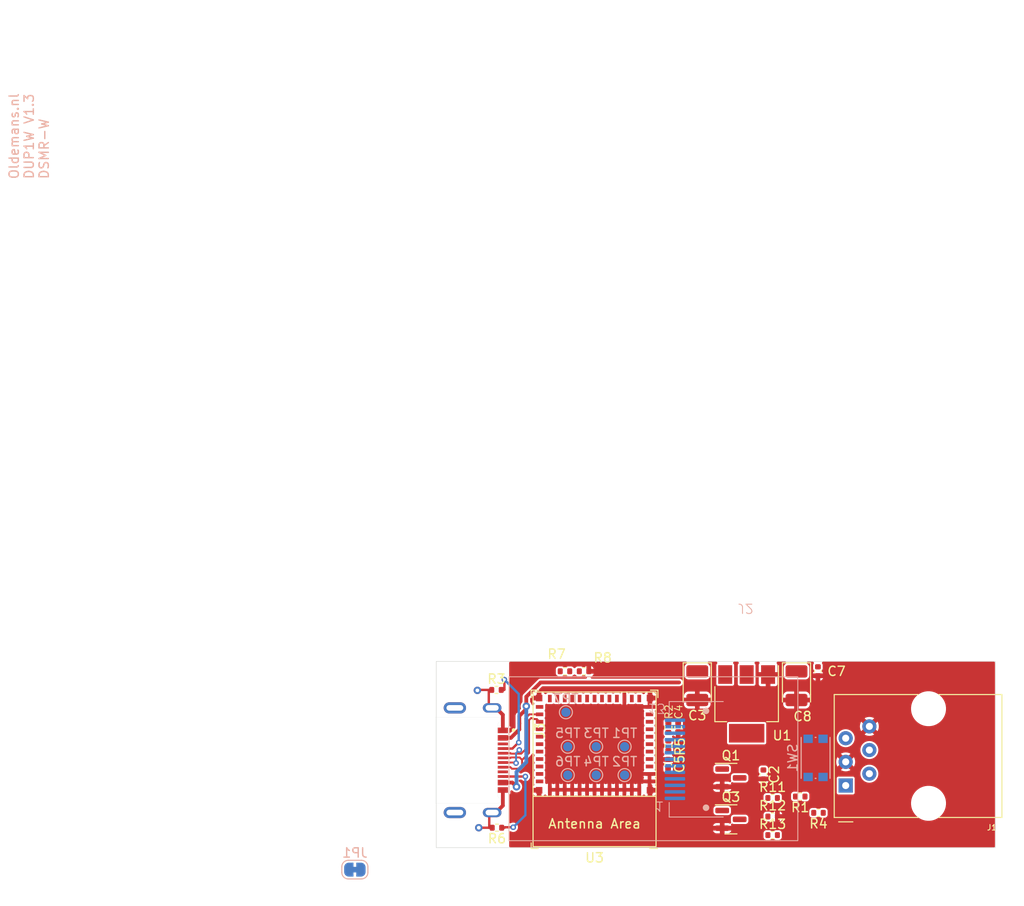
<source format=kicad_pcb>
(kicad_pcb
	(version 20240108)
	(generator "pcbnew")
	(generator_version "8.0")
	(general
		(thickness 1.6)
		(legacy_teardrops no)
	)
	(paper "A4")
	(layers
		(0 "F.Cu" signal)
		(31 "B.Cu" signal)
		(32 "B.Adhes" user "B.Adhesive")
		(33 "F.Adhes" user "F.Adhesive")
		(34 "B.Paste" user)
		(35 "F.Paste" user)
		(36 "B.SilkS" user "B.Silkscreen")
		(37 "F.SilkS" user "F.Silkscreen")
		(38 "B.Mask" user)
		(39 "F.Mask" user)
		(40 "Dwgs.User" user "User.Drawings")
		(41 "Cmts.User" user "User.Comments")
		(42 "Eco1.User" user "User.Eco1")
		(43 "Eco2.User" user "User.Eco2")
		(44 "Edge.Cuts" user)
		(45 "Margin" user)
		(46 "B.CrtYd" user "B.Courtyard")
		(47 "F.CrtYd" user "F.Courtyard")
		(48 "B.Fab" user)
		(49 "F.Fab" user)
	)
	(setup
		(pad_to_mask_clearance 0)
		(allow_soldermask_bridges_in_footprints no)
		(grid_origin 18.2626 -11.8364)
		(pcbplotparams
			(layerselection 0x00010f0_ffffffff)
			(plot_on_all_layers_selection 0x0000000_00000000)
			(disableapertmacros no)
			(usegerberextensions yes)
			(usegerberattributes no)
			(usegerberadvancedattributes no)
			(creategerberjobfile no)
			(dashed_line_dash_ratio 12.000000)
			(dashed_line_gap_ratio 3.000000)
			(svgprecision 6)
			(plotframeref no)
			(viasonmask no)
			(mode 1)
			(useauxorigin no)
			(hpglpennumber 1)
			(hpglpenspeed 20)
			(hpglpendiameter 15.000000)
			(pdf_front_fp_property_popups yes)
			(pdf_back_fp_property_popups yes)
			(dxfpolygonmode yes)
			(dxfimperialunits yes)
			(dxfusepcbnewfont yes)
			(psnegative no)
			(psa4output no)
			(plotreference yes)
			(plotvalue no)
			(plotfptext yes)
			(plotinvisibletext no)
			(sketchpadsonfab no)
			(subtractmaskfromsilk yes)
			(outputformat 1)
			(mirror no)
			(drillshape 0)
			(scaleselection 1)
			(outputdirectory "OUTPUTS")
		)
	)
	(net 0 "")
	(net 1 "GND")
	(net 2 "+5V")
	(net 3 "+3V3")
	(net 4 "DATA")
	(net 5 "Net-(JP1-B)")
	(net 6 "/LCD_RESET")
	(net 7 "/ESP32_EN")
	(net 8 "/LCD_DATA")
	(net 9 "unconnected-(J1-Pad4)")
	(net 10 "unconnected-(J2-Pin_9-Pad9)")
	(net 11 "/LEDK")
	(net 12 "unconnected-(J2-Pin_2-Pad2)")
	(net 13 "/LCD_CLK")
	(net 14 "/LCD_DC")
	(net 15 "unconnected-(J2-Pin_1-Pad1)")
	(net 16 "DSMR_DATA")
	(net 17 "/CC2")
	(net 18 "unconnected-(J3-SBU2-PadB8)")
	(net 19 "/USB_N")
	(net 20 "unconnected-(J3-SBU1-PadA8)")
	(net 21 "/CC1")
	(net 22 "/USB_P")
	(net 23 "/GPIO2")
	(net 24 "/GPIO9")
	(net 25 "/GPIO8")
	(net 26 "/LCD_BACKLIGHT")
	(net 27 "unconnected-(U3-NC-Pad15)")
	(net 28 "unconnected-(U3-NC-Pad25)")
	(net 29 "/TXD")
	(net 30 "unconnected-(U3-NC-Pad7)")
	(net 31 "unconnected-(U3-NC-Pad17)")
	(net 32 "unconnected-(U3-NC-Pad32)")
	(net 33 "unconnected-(U3-NC-Pad29)")
	(net 34 "unconnected-(U3-NC-Pad9)")
	(net 35 "unconnected-(U3-NC-Pad35)")
	(net 36 "/LCD_CS")
	(net 37 "unconnected-(U3-NC-Pad10)")
	(net 38 "/RXD")
	(net 39 "unconnected-(U3-NC-Pad33)")
	(net 40 "/ESP32_BUTTON")
	(net 41 "unconnected-(U3-NC-Pad34)")
	(net 42 "unconnected-(U3-NC-Pad4)")
	(net 43 "unconnected-(U3-NC-Pad28)")
	(net 44 "unconnected-(U3-NC-Pad24)")
	(net 45 "/LEDK_R")
	(net 46 "/LCD_BL_FET")
	(footprint "Capacitor_SMD:C_0402_1005Metric" (layer "F.Cu") (at 72.7126 58.0336 -90))
	(footprint "Resistor_SMD:R_0402_1005Metric" (layer "F.Cu") (at 71.6626 58.0636 -90))
	(footprint "Resistor_SMD:R_0402_1005Metric" (layer "F.Cu") (at 53.2126 54.0136))
	(footprint "Resistor_SMD:R_0402_1005Metric" (layer "F.Cu") (at 87.7726 67.2136 180))
	(footprint "Resistor_SMD:R_0402_1005Metric" (layer "F.Cu") (at 71.6626 60.0136 90))
	(footprint "Resistor_SMD:R_0402_1005Metric" (layer "F.Cu") (at 53.2626 68.8136 180))
	(footprint "Resistor_SMD:R_0402_1005Metric" (layer "F.Cu") (at 62.6126 52.0136))
	(footprint "Connector_RJ:RJ12_Amphenol_54601" (layer "F.Cu") (at 90.6935 64.2825 90))
	(footprint "Resistor_SMD:R_0402_1005Metric" (layer "F.Cu") (at 85.8126 65.4636 180))
	(footprint "Resistor_SMD:R_0402_1005Metric" (layer "F.Cu") (at 60.5626 52.0136))
	(footprint "Capacitor_SMD:C_0402_1005Metric" (layer "F.Cu") (at 81.8626 63.0936 -90))
	(footprint "Capacitor_SMD:C_0402_1005Metric" (layer "F.Cu") (at 87.7126 52.0136 -90))
	(footprint "Capacitor_Tantalum_SMD:CP_EIA-3528-21_Kemet-B" (layer "F.Cu") (at 85.4126 53.5636 -90))
	(footprint "Resistor_SMD:R_0402_1005Metric" (layer "F.Cu") (at 82.8526 67.6136))
	(footprint "Capacitor_SMD:C_0402_1005Metric" (layer "F.Cu") (at 71.6326 61.9636 90))
	(footprint "Package_TO_SOT_SMD:SOT-23" (layer "F.Cu") (at 78.3751 67.9136))
	(footprint "Espressif:ESP32-C3-MINI-1" (layer "F.Cu") (at 63.7376 62.5386 180))
	(footprint "Resistor_SMD:R_0402_1005Metric" (layer "F.Cu") (at 82.8526 69.6036))
	(footprint "Package_TO_SOT_SMD:SOT-223-3_TabPin2" (layer "F.Cu") (at 80.0626 55.5136 -90))
	(footprint "Package_TO_SOT_SMD:SOT-23" (layer "F.Cu") (at 78.3751 63.4636))
	(footprint "Resistor_SMD:R_0402_1005Metric" (layer "F.Cu") (at 82.8526 65.6236))
	(footprint "Connector_USB:USB_C_Receptacle_Molex_21699" (layer "F.Cu") (at 48.7451 61.5636 -90))
	(footprint "Capacitor_Tantalum_SMD:CP_EIA-3528-21_Kemet-B" (layer "F.Cu") (at 74.7626 53.5636 -90))
	(footprint "Display:LH114T_IG01" (layer "B.Cu") (at 54.5526 70.2036))
	(footprint "Button_Switch_SMD:SW_Push_1P1T_NO_CK_KMR2" (layer "B.Cu") (at 87.4626 61.3136 -90))
	(footprint "TestPoint:TestPoint_Pad_D1.0mm" (layer "B.Cu") (at 66.9626 63.1636 180))
	(footprint "TestPoint:TestPoint_Pad_D1.0mm" (layer "B.Cu") (at 60.6626 56.4136 180))
	(footprint "TestPoint:TestPoint_Pad_D1.0mm" (layer "B.Cu") (at 60.8626 63.1636 180))
	(footprint "TestPoint:TestPoint_Pad_D1.0mm" (layer "B.Cu") (at 60.8626 60.1136 180))
	(footprint "TestPoint:TestPoint_Pad_D1.0mm" (layer "B.Cu") (at 63.9126 63.1636 180))
	(footprint "TestPoint:TestPoint_Pad_D1.0mm" (layer "B.Cu") (at 66.9626 60.1136 180))
	(footprint "Jumper:SolderJumper-2_P1.3mm_Bridged_RoundedPad1.0x1.5mm" (layer "B.Cu") (at 38.0126 73.3136 180))
	(footprint "TestPoint:TestPoint_Pad_D1.0mm" (layer "B.Cu") (at 63.9126 60.1136 180))
	(gr_line
		(start 60 -20)
		(end 0 0)
		(stroke
			(width 0.1)
			(type solid)
		)
		(layer "Dwgs.User")
		(uuid "0166cc1a-72e5-487b-a6f7-e24578b4ab3a")
	)
	(gr_line
		(start 0 -20)
		(end 60 0)
		(stroke
			(width 0.1)
			(type solid)
		)
		(layer "Dwgs.User")
		(uuid "78e362fa-fb4e-44d4-b0e2-eafccaafb9e4")
	)
	(gr_line
		(start 106.75 50.95)
		(end 106.75 70.95)
		(stroke
			(width 0.05)
			(type solid)
		)
		(layer "Edge.Cuts")
		(uuid "3d353630-2b9b-4786-b2e3-ce5a449ed7dc")
	)
	(gr_line
		(start 46.75 70.95)
		(end 106.75 70.95)
		(stroke
			(width 0.05)
			(type solid)
		)
		(layer "Edge.Cuts")
		(uuid "b81ffa23-7a61-4442-8343-787521d4f07a")
	)
	(gr_line
		(start 46.75 70.95)
		(end 46.75 50.95)
		(stroke
			(width 0.05)
			(type solid)
		)
		(layer "Edge.Cuts")
		(uuid "ce218790-9978-4feb-b41b-c0c7883d0e3d")
	)
	(gr_line
		(start 46.75 50.95)
		(end 106.75 50.95)
		(stroke
			(width 0.05)
			(type solid)
		)
		(layer "Edge.Cuts")
		(uuid "df8bb267-e01a-40d5-bb41-0199fa6a57db")
	)
	(gr_text "Oldemans.nl\nDUP1W V1.3\nDSMR-W"
		(at 3.048 -0.762 90)
		(layer "B.SilkS")
		(uuid "6a6752a5-c93b-451d-916c-fdcd5e391262")
		(effects
			(font
				(size 1 1)
				(thickness 0.15)
			)
			(justify left)
		)
	)
	(dimension
		(type aligned)
		(layer "Eco2.User")
		(uuid "75713d0d-22f3-4eae-b77e-bc445e1358c6")
		(pts
			(xy 60 0) (xy 60 -20)
		)
		(height 2.794)
		(gr_text "20.0000 mm"
			(at 61.644 -10 90)
			(layer "Eco2.User")
			(uuid "75713d0d-22f3-4eae-b77e-bc445e1358c6")
			(effects
				(font
					(size 1 1)
					(thickness 0.15)
				)
			)
		)
		(format
			(prefix "")
			(suffix "")
			(units 2)
			(units_format 1)
			(precision 4)
		)
		(style
			(thickness 0.15)
			(arrow_length 1.27)
			(text_position_mode 0)
			(extension_height 0.58642)
			(extension_offset 0) keep_text_aligned)
	)
	(dimension
		(type aligned)
		(layer "Eco2.User")
		(uuid "a34da3f7-a795-4fc0-ac74-0eb675dabbae")
		(pts
			(xy 0 0) (xy 60 0)
		)
		(height 2.54)
		(gr_text "60.0000 mm"
			(at 30 1.39 0)
			(layer "Eco2.User")
			(uuid "a34da3f7-a795-4fc0-ac74-0eb675dabbae")
			(effects
				(font
					(size 1 1)
					(thickness 0.15)
				)
			)
		)
		(format
			(prefix "")
			(suffix "")
			(units 2)
			(units_format 1)
			(precision 4)
		)
		(style
			(thickness 0.15)
			(arrow_length 1.27)
			(text_position_mode 0)
			(extension_height 0.58642)
			(extension_offset 0) keep_text_aligned)
	)
	(segment
		(start 52.3876 55.5861)
		(end 52.7451 55.9436)
		(width 0.254)
		(layer "F.Cu")
		(net 1)
		(uuid "1298d0a6-f996-4fbf-883d-c890c37d4d66")
	)
	(segment
		(start 52.3876 54.0136)
		(end 51.2126 54.0136)
		(width 0.254)
		(layer "F.Cu")
		(net 1)
		(uuid "27831bbe-25ec-4867-a550-ee3179cdbaf0")
	)
	(segment
		(start 53.8951 64.7636)
		(end 53.8951 66.44)
		(width 0.4064)
		(layer "F.Cu")
		(net 1)
		(uuid "4053cfd2-f217-47a9-9d03-cf7fd440641c")
	)
	(segment
		(start 51.2126 54.0136)
		(end 51.1626 54.0636)
		(width 0.254)
		(layer "F.Cu")
		(net 1)
		(uuid "5cefa09c-cb59-4faf-a769-9e72b858a449")
	)
	(segment
		(start 53.1515 67.1836)
		(end 52.7451 67.1836)
		(width 0.4064)
		(layer "F.Cu")
		(net 1)
		(uuid "72aa00cc-0a10-4440-be31-ac074d17f0a9")
	)
	(segment
		(start 52.4376 68.8136)
		(end 52.4376 67.4911)
		(width 0.254)
		(layer "F.Cu")
		(net 1)
		(uuid "8c74a0d8-7228-4d94-aa36-ddb8107cbb0a")
	)
	(segment
		(start 52.3876 54.0136)
		(end 52.3876 55.5861)
		(width 0.254)
		(layer "F.Cu")
		(net 1)
		(uuid "b9102930-a07f-4808-ad35-65b5a9b5a374")
	)
	(segment
		(start 53.8951 58.3636)
		(end 53.8951 56.6872)
		(width 0.4064)
		(layer "F.Cu")
		(net 1)
		(uuid "c12b91db-c4d0-4473-92fc-262cd9830a1d")
	)
	(segment
		(start 52.4376 68.8136)
		(end 51.3126 68.8136)
		(width 0.254)
		(layer "F.Cu")
		(net 1)
		(uuid "c41c52e3-785e-4fa3-86b1-8ae97742ba27")
	)
	(segment
		(start 53.8951 66.44)
		(end 53.1515 67.1836)
		(width 0.4064)
		(layer "F.Cu")
		(net 1)
		(uuid "c8adbcc2-66b6-4f64-9ae3-52d2f86714b3")
	)
	(segment
		(start 52.4376 67.4911)
		(end 52.7451 67.1836)
		(width 0.254)
		(layer "F.Cu")
		(net 1)
		(uuid "d23d42a4-75ee-4922-8f47-18956f215fe1")
	)
	(segment
		(start 53.1515 55.9436)
		(end 52.7451 55.9436)
		(width 0.4064)
		(layer "F.Cu")
		(net 1)
		(uuid "d273591b-5bbc-405a-b7fd-fa9265633829")
	)
	(segment
		(start 53.8951 56.6872)
		(end 53.1515 55.9436)
		(width 0.4064)
		(layer "F.Cu")
		(net 1)
		(uuid "e6376063-d148-420d-87f2-fecf862f2439")
	)
	(via
		(at 51.1626 54.0636)
		(size 0.8)
		(drill 0.4)
		(layers "F.Cu" "B.Cu")
		(net 1)
		(uuid "89f7769b-062b-4119-b993-4215cb9880ea")
	)
	(via
		(at 51.3126 68.8136)
		(size 0.8)
		(drill 0.4)
		(layers "F.Cu" "B.Cu")
		(net 1)
		(uuid "fe735623-285f-40ec-b0c0-0940d5340c4c")
	)
	(segment
		(start 54.9126 63.9636)
		(end 55.3626 64.4136)
		(width 0.4064)
		(layer "F.Cu")
		(net 2)
		(uuid "311110c0-0f08-4a7b-be92-4169b09f567a")
	)
	(segment
		(start 53.8951 59.1636)
		(end 54.7579 59.1636)
		(width 0.4064)
		(layer "F.Cu")
		(net 2)
		(uuid "3194b200-b6d0-4a9a-a8f0-1e154abcda0b")
	)
	(segment
		(start 55.6626 57.6136)
		(end 55.6626 56.8136)
		(width 0.4064)
		(layer "F.Cu")
		(net 2)
		(uuid "88dd6559-34f8-4a40-9457-dc87bec496ea")
	)
	(segment
		(start 56.4126 56.0636)
		(end 56.4126 55.7636)
		(width 0.4064)
		(layer "F.Cu")
		(net 2)
		(uuid "960631f7-d4bd-47cc-b05b-b2f619a84a35")
	)
	(segment
		(start 55.6626 56.8136)
		(end 56.4126 56.0636)
		(width 0.4064)
		(layer "F.Cu")
		(net 2)
		(uuid "add6010b-b0e9-4350-858d-ff7fe6e58389")
	)
	(segment
		(start 54.7579 59.1636)
		(end 55.6626 58.2589)
		(width 0.4064)
		(layer "F.Cu")
		(net 2)
		(uuid "c3bff32a-b2b8-453d-a731-d8b7bb0cb7c1")
	)
	(segment
		(start 56.4126 54.7508)
		(end 57.9498 53.2136)
		(width 0.4064)
		(layer "F.Cu")
		(net 2)
		(uuid "d8244ffe-7f4a-4ded-817f-07b3ed03705c")
	)
	(segment
		(start 56.4126 55.7636)
		(end 56.4126 54.7508)
		(width 0.4064)
		(layer "F.Cu")
		(net 2)
		(uuid "e1b110ea-7f2e-4777-8572-762bbcff2e97")
	)
	(segment
		(start 57.9498 53.2136)
		(end 72.8126 53.2136)
		(width 0.4064)
		(layer "F.Cu")
		(net 2)
		(uuid "e83d0c5e-8a8e-4275-bb61-319910789c9e")
	)
	(segment
		(start 55.6626 58.2589)
		(end 55.6626 57.6136)
		(width 0.4064)
		(layer "F.Cu")
		(net 2)
		(uuid "f9033b2b-a371-49f0-9f7e-3eb0dbd176f4")
	)
	(segment
		(start 53.8951 63.9636)
		(end 54.9126 63.9636)
		(width 0.4064)
		(layer "F.Cu")
		(net 2)
		(uuid "fba656dd-2820-43d6-a201-dea439014ae0")
	)
	(via
		(at 55.3626 64.4136)
		(size 0.8)
		(drill 0.4)
		(layers "F.Cu" "B.Cu")
		(net 2)
		(uuid "2726a6ea-0446-40ed-81c4-f438518cbf08")
	)
	(via
		(at 56.4126 55.7636)
		(size 0.8)
		(drill 0.4)
		(layers "F.Cu" "B.Cu")
		(net 2)
		(uuid "34bb7771-011c-4398-b724-c05f1848e2f3")
	)
	(segment
		(start 55.3626 62.820601)
		(end 56.4126 61.770601)
		(width 0.4064)
		(layer "B.Cu")
		(net 2)
		(uuid "89ca40ab-f569-4160-9c4a-98f9c4f2149f")
	)
	(segment
		(start 56.4126 61.770601)
		(end 56.4126 55.7636)
		(width 0.4064)
		(layer "B.Cu")
		(net 2)
		(uuid "dd0a3bd9-61ee-4ba5-8801-8f31689439dc")
	)
	(segment
		(start 55.3626 64.4136)
		(end 55.3626 62.820601)
		(width 0.4064)
		(layer "B.Cu")
		(net 2)
		(uuid "e3e528a6-be0c-4183-b478-ecdeb5234644")
	)
	(segment
		(start 54.1376 68.7636)
		(end 54.0876 68.8136)
		(width 0.254)
		(layer "F.Cu")
		(net 17)
		(uuid "6df6cf25-0a44-4c36-b731-c32cb8fa4dff")
	)
	(segment
		(start 53.8951 63.3136)
		(end 56.3126 63.3136)
		(width 0.254)
		(layer "F.Cu")
		(net 17)
		(uuid "b234a0e9-fe33-446d-a335-733ffe0df646")
	)
	(segment
		(start 55.0126 68.7636)
		(end 54.1376 68.7636)
		(width 0.254)
		(layer "F.Cu")
		(net 17)
		(uuid "dbe6b1eb-6d0e-4f4e-9d3b-aee74d9c744c")
	)
	(via
		(at 56.3126 63.3136)
		(size 0.6)
		(drill 0.3)
		(layers "F.Cu" "B.Cu")
		(net 17)
		(uuid "34f9bc33-20be-4d39-a77c-6fbcbb45b981")
	)
	(via
		(at 55.0126 68.7636)
		(size 0.6)
		(drill 0.3)
		(layers "F.Cu" "B.Cu")
		(net 17)
		(uuid "d14e83bb-ce6d-4a99-a305-a2536b6f3a77")
	)
	(segment
		(start 56.3126 67.4636)
		(end 55.0126 68.7636)
		(width 0.254)
		(layer "B.Cu")
		(net 17)
		(uuid "5dc399a0-503e-4026-8f15-1d89ca31027a")
	)
	(segment
		(start 56.3126 63.3136)
		(end 56.3126 67.4636)
		(width 0.254)
		(layer "B.Cu")
		(net 17)
		(uuid "92c90ef3-f46e-4f22-a3d1-3b5cca147b63")
	)
	(segment
		(start 55.6626 60.4636)
		(end 55.2658 60.8604)
		(width 0.2032)
		(layer "F.Cu")
		(net 19)
		(uuid "0aa25f43-eb44-4248-93fc-5da7f569070c")
	)
	(segment
		(start 56.3062 60.42)
		(end 56.3062 57.08263)
		(width 0.2032)
		(layer "F.Cu")
		(net 19)
		(uuid "1d714848-a7d3-4deb-99ce-a355c38fee0d")
	)
	(segment
		(start 56.75023 56.6386)
		(end 57.8376 56.6386)
		(width 0.2032)
		(layer "F.Cu")
		(net 19)
		(uuid "2938570b-83cf-47c2-929d-4cfad9987f3c")
	)
	(segment
		(start 53.8951 60.8136)
		(end 54.720101 60.8136)
		(width 0.2032)
		(layer "F.Cu")
		(net 19)
		(uuid "2bdded97-7ff7-4aa3-8f58-a7bb1a078df3")
	)
	(segment
		(start 55.2626 60.8604)
		(end 55.8658 60.8604)
		(width 0.2032)
		(layer "F.Cu")
		(net 19)
		(uuid "5f7255e4-a443-4a98-a18f-bada7f0ad170")
	)
	(segment
		(start 55.8658 60.8604)
		(end 56.3062 60.42)
		(width 0.2032)
		(layer "F.Cu")
		(net 19)
		(uuid "6d20f5b9-72a6-406e-8f3a-d4da70264635")
	)
	(segment
		(start 54.766901 60.8604)
		(end 55.2626 60.8604)
		(width 0.2032)
		(layer "F.Cu")
		(net 19)
		(uuid "835acfed-5c26-4744-ad94-625a917684e2")
	)
	(segment
		(start 56.3062 57.08263)
		(end 56.75023 56.6386)
		(width 0.2032)
		(layer "F.Cu")
		(net 19)
		(uuid "c880feec-ae7c-49cc-9dea-5230f2162c83")
	)
	(segment
		(start 55.2546 61.8136)
		(end 55.3126 61.8716)
		(width 0.2032)
		(layer "F.Cu")
		(net 19)
		(uuid "d6d37fb2-d2e6-4a44-8d96-8fffa35205a4")
	)
	(segment
		(start 55.2658 60.8604)
		(end 55.2626 60.8604)
		(width 0.2032)
		(layer "F.Cu")
		(net 19)
		(uuid "d789c016-841e-4343-ad64-797dc28eff23")
	)
	(segment
		(start 54.720101 60.8136)
		(end 54.766901 60.8604)
		(width 0.2032)
		(layer "F.Cu")
		(net 19)
		(uuid "d907e631-2906-4916-849b-4ea4b21b8499")
	)
	(segment
		(start 53.8951 61.8136)
		(end 55.2546 61.8136)
		(width 0.2032)
		(layer "F.Cu")
		(net 19)
		(uuid "df5aee08-6f86-404d-a63d-57722f3ff782")
	)
	(via
		(at 55.3126 61.8716)
		(size 0.6)
		(drill 0.3)
		(layers "F.Cu" "B.Cu")
		(net 19)
		(uuid "8ed3a49e-afac-40c3-a7b0-588d07acc0a5")
	)
	(via
		(at 55.6626 60.4636)
		(size 0.6)
		(drill 0.3)
		(layers "F.Cu" "B.Cu")
		(net 19)
		(uuid "b58d84e3-fd2a-4e6d-b1e6-58d97a6ef931")
	)
	(segment
		(start 55.3126 60.8136)
		(end 55.3126 61.8716)
		(width 0.2032)
		(layer "B.Cu")
		(net 19)
		(uuid "4489c40d-e61d-41d8-add1-43d273a45bcc")
	)
	(segment
		(start 55.6626 60.4636)
		(end 55.3126 60.8136)
		(width 0.2032)
		(layer "B.Cu")
		(net 19)
		(uuid "fdd0b90d-3a76-4b58-8545-1d19515c86c8")
	)
	(segment
		(start 54.0626 53.9886)
		(end 54.0376 54.0136)
		(width 0.254)
		(layer "F.Cu")
		(net 21)
		(uuid "3fa49473-d74a-4b4f-b460-1983ad72f7df")
	)
	(segment
		(start 53.8951 60.3136)
		(end 54.921362 60.3136)
		(width 0.254)
		(layer "F.Cu")
		(net 21)
		(uuid "525c9a28-0333-46e3-b0bf-3dd9260b11c8")
	)
	(segment
		(start 54.921362 60.3136)
		(end 55.572199 59.662763)
		(width 0.254)
		(layer "F.Cu")
		(net 21)
		(uuid "589f5225-61c2-4933-9d2d-337cdf333183")
	)
	(segment
		(start 55.572199 59.662763)
		(end 55.600997 59.662763)
		(width 0.254)
		(layer "F.Cu")
		(net 21)
		(uuid "850c1610-5d83-428f-8f22-0fe70eaf13cd")
	)
	(segment
		(start 54.0626 52.9136)
		(end 54.0626 53.9886)
		(width 0.254)
		(layer "F.Cu")
		(net 21)
		(uuid "bd291dd2-dfb9-407c-b7db-37cea0f4ee19")
	)
	(via
		(at 54.0626 52.9136)
		(size 0.6)
		(drill 0.3)
		(layers "F.Cu" "B.Cu")
		(net 21)
		(uuid "52523fd1-295e-49bd-9d28-81c94b1db61c")
	)
	(via
		(at 55.600997 59.662763)
		(size 0.6)
		(drill 0.3)
		(layers "F.Cu" "B.Cu")
		(net 21)
		(uuid "8e0a6153-0002-4d45-9d7b-73d74233e4a0")
	)
	(segment
		(start 55.600997 54.451997)
		(end 54.0626 52.9136)
		(width 0.254)
		(layer "B.Cu")
		(net 21)
		(uuid "381eebc3-6636-4bc7-be34-3a850f36da09")
	)
	(segment
		(start 55.600997 59.662763)
		(end 55.600997 54.451997)
		(width 0.254)
		(layer "B.Cu")
		(net 21)
		(uuid "eb70ebc1-ffea-465c-a98b-f01ed19ca8ff")
	)
	(segment
		(start 57.5424 57.1434)
		(end 57.8376 57.4386)
		(width 0.2032)
		(layer "F.Cu")
		(net 22)
		(uuid "23873a25-6cd3-4aee-89eb-1641f9f7cb59")
	)
	(segment
		(start 55.9626 62.076917)
		(end 55.9626 61.53263)
		(width 0.2032)
		(layer "F.Cu")
		(net 22)
		(uuid "2a03d893-0a7b-4969-bec2-a27aac3e5a44")
	)
	(segment
		(start 55.9626 61.53263)
		(end 55.69677 61.2668)
		(width 0.2032)
		(layer "F.Cu")
		(net 22)
		(uuid "2c583f6e-a8d8-45ef-ab8f-9695e57fb765")
	)
	(segment
		(start 56.7126 57.25097)
		(end 56.91857 57.045)
		(width 0.2032)
		(layer "F.Cu")
		(net 22)
		(uuid "2da17b50-86cb-4c7f-801e-2b1c355a94aa")
	)
	(segment
		(start 53.8951 62.3136)
		(end 54.7047 62.3136)
		(width 0.2032)
		(layer "F.Cu")
		(net 22)
		(uuid "30f25279-e17d-4a98-a347-8e7b26bb39f1")
	)
	(segment
		(start 54.7047 62.3136)
		(end 54.8675 62.4764)
		(width 0.2032)
		(layer "F.Cu")
		(net 22)
		(uuid "31edb909-226b-4ac8-9e27-7316a9da0cb0")
	)
	(segment
		(start 57.1328 57.045)
		(end 57.1328 57.1434)
		(width 0.2032)
		(layer "F.Cu")
		(net 22)
		(uuid "42a66746-aa35-4517-b4de-c58633136a4f")
	)
	(segment
		(start 55.9626 61.53263)
		(end 56.7126 60.78263)
		(width 0.2032)
		(layer "F.Cu")
		(net 22)
		(uuid "5f4e3a3d-9e75-43fe-9722-28a9048176f9")
	)
	(segment
		(start 54.8675 62.4764)
		(end 55.563117 62.4764)
		(width 0.2032)
		(layer "F.Cu")
		(net 22)
		(uuid "67f8e3f3-c60c-4cc5-9df3-97a0f798d463")
	)
	(segment
		(start 55.563117 62.4764)
		(end 55.9626 62.076917)
		(width 0.2032)
		(layer "F.Cu")
		(net 22)
		(uuid "7aba9d7c-b7bb-401e-acb4-7ae2c2b592af")
	)
	(segment
		(start 53.8951 61.3136)
		(end 54.720101 61.3136)
		(width 0.2032)
		(layer "F.Cu")
		(net 22)
		(uuid "8a25cde3-6b2d-4702-be49-b411104b4620")
	)
	(segment
		(start 56.7126 60.78263)
		(end 56.7126 57.25097)
		(width 0.2032)
		(layer "F.Cu")
		(net 22)
		(uuid "95424fbd-cb52-465f-b497-e847610a1c48")
	)
	(segment
		(start 57.1328 57.1434)
		(end 57.5424 57.1434)
		(width 0.2032)
		(layer "F.Cu")
		(net 22)
		(uuid "bd4bd457-6750-45c5-80d8-0595db7bac94")
	)
	(segment
		(start 56.91857 57.045)
		(end 57.1328 57.045)
		(width 0.2032)
		(layer "F.Cu")
		(net 22)
		(uuid "bf11c35e-a5b2-49a8-b4f3-06a0c83b18da")
	)
	(segment
		(start 54.720101 61.3136)
		(end 54.766901 61.2668)
		(width 0.2032)
		(layer "F.Cu")
		(net 22)
		(uuid "db83fe5d-4332-4c46-aa0b-1122a7badd11")
	)
	(segment
		(start 54.766901 61.2668)
		(end 55.69677 61.2668)
		(width 0.2032)
		(layer "F.Cu")
		(net 22)
		(uuid "e1cb7724-c1e0-41e5-9a6a-a05580cda79d")
	)
	(zone
		(net 1)
		(net_name "GND")
		(layer "F.Cu")
		(uuid "00000000-0000-0000-0000-000060dc9561")
		(hatch edge 0.508)
		(connect_pads
			(clearance 0.2032)
		)
		(min_thickness 0.254)
		(filled_areas_thickness no)
		(fill yes
			(thermal_gap 0.254)
			(thermal_bridge_width 0.508)
		)
		(polygon
			(pts
				(xy 106.7448 50.9856) (xy 106.7448 70.95) (xy 54.5732 70.9246) (xy 54.5732 50.9856)
			)
		)
		(filled_polygon
			(layer "F.Cu")
			(pts
				(xy 73.609685 51.005602) (xy 73.656178 51.059258) (xy 73.666282 51.129532) (xy 73.636788 51.194112)
				(xy 73.616387 51.212977) (xy 73.61129 51.21674) (xy 73.51316 51.289163) (xy 73.431946 51.399203)
				(xy 73.431943 51.39921) (xy 73.386775 51.528293) (xy 73.386774 51.528298) (xy 73.3839 51.558944)
				(xy 73.3839 52.493244) (xy 73.383901 52.493259) (xy 73.386774 52.523902) (xy 73.386775 52.523905)
				(xy 73.431943 52.652989) (xy 73.431946 52.652996) (xy 73.513161 52.763038) (xy 73.623203 52.844253)
				(xy 73.62321 52.844256) (xy 73.691267 52.86807) (xy 73.752299 52.889426) (xy 73.782947 52.8923)
				(xy 75.742252 52.892299) (xy 75.772901 52.889426) (xy 75.901995 52.844254) (xy 76.012038 52.763038)
				(xy 76.093254 52.652995) (xy 76.138426 52.523901) (xy 76.1413 52.493253) (xy 76.141299 51.558948)
				(xy 76.138426 51.528299) (xy 76.093254 51.399205) (xy 76.0594 51.353335) (xy 76.012039 51.289163)
				(xy 75.978614 51.264494) (xy 75.908813 51.212978) (xy 75.865882 51.156434) (xy 75.860336 51.085654)
				(xy 75.893937 51.023112) (xy 75.956016 50.988664) (xy 75.983636 50.9856) (xy 76.796299 50.9856)
				(xy 76.86442 51.005602) (xy 76.910913 51.059258) (xy 76.921017 51.129532) (xy 76.891523 51.194112)
				(xy 76.8663 51.216366) (xy 76.86574 51.21674) (xy 76.820718 51.28412) (xy 76.8089 51.343535) (xy 76.8089 53.383664)
				(xy 76.820718 53.443079) (xy 76.834324 53.463442) (xy 76.86574 53.51046) (xy 76.93312 53.555481)
				(xy 76.992536 53.5673) (xy 76.992541 53.5673) (xy 78.532659 53.5673) (xy 78.532664 53.5673) (xy 78.59208 53.555481)
				(xy 78.65946 53.51046) (xy 78.704481 53.44308) (xy 78.7163 53.383664) (xy 78.7163 51.343536) (xy 78.704481 51.28412)
				(xy 78.65946 51.21674) (xy 78.658899 51.216365) (xy 78.657948 51.215227) (xy 78.650685 51.207964)
				(xy 78.651334 51.207314) (xy 78.613372 51.161889) (xy 78.604523 51.091446) (xy 78.635164 51.027402)
				(xy 78.695565 50.99009) (xy 78.728901 50.9856) (xy 79.096299 50.9856) (xy 79.16442 51.005602) (xy 79.210913 51.059258)
				(xy 79.221017 51.129532) (xy 79.191523 51.194112) (xy 79.1663 51.216366) (xy 79.16574 51.21674)
				(xy 79.120718 51.28412) (xy 79.1089 51.343535) (xy 79.1089 53.383664) (xy 79.120718 53.443079) (xy 79.134324 53.463442)
				(xy 79.16574 53.51046) (xy 79.23312 53.555481) (xy 79.292536 53.5673) (xy 79.292541 53.5673) (xy 80.832659 53.5673)
				(xy 80.832664 53.5673) (xy 80.89208 53.555481) (xy 80.95946 53.51046) (xy 81.004481 53.44308) (xy 81.0163 53.383664)
				(xy 81.0163 52.6176) (xy 81.358601 52.6176) (xy 81.358601 53.388622) (xy 81.373337 53.462705) (xy 81.373337 53.462707)
				(xy 81.429475 53.546724) (xy 81.513493 53.602862) (xy 81.513494 53.602863) (xy 81.58758 53.617599)
				(xy 82.1086 53.617599) (xy 82.1086 52.6176) (xy 82.6166 52.6176) (xy 82.6166 53.617599) (xy 83.137614 53.617599)
				(xy 83.137622 53.617598) (xy 83.211705 53.602862) (xy 83.211707 53.602862) (xy 83.295724 53.546724)
				(xy 83.351862 53.462706) (xy 83.351863 53.462705) (xy 83.366599 53.388622) (xy 83.3666 53.388615)
				(xy 83.3666 52.6176) (xy 82.6166 52.6176) (xy 82.1086 52.6176) (xy 81.358601 52.6176) (xy 81.0163 52.6176)
				(xy 81.0163 51.343536) (xy 81.004481 51.28412) (xy 80.95946 51.21674) (xy 80.958899 51.216365) (xy 80.957948 51.215227)
				(xy 80.950685 51.207964) (xy 80.951334 51.207314) (xy 80.913372 51.161889) (xy 80.904523 51.091446)
				(xy 80.935164 51.027402) (xy 80.995565 50.99009) (xy 81.028901 50.9856) (xy 81.323958 50.9856) (xy 81.392079 51.005602)
				(xy 81.438572 51.059258) (xy 81.448676 51.129532) (xy 81.428723 51.181601) (xy 81.373338 51.26449)
				(xy 81.373336 51.264494) (xy 81.3586 51.338577) (xy 81.3586 52.1096) (xy 83.366599 52.1096) (xy 83.366599 51.338586)
				(xy 83.366598 51.338577) (xy 83.351862 51.264494) (xy 83.351861 51.26449) (xy 83.296477 51.181601)
				(xy 83.275262 51.113848) (xy 83.294045 51.045382) (xy 83.346863 50.997939) (xy 83.401242 50.9856)
				(xy 84.191564 50.9856) (xy 84.259685 51.005602) (xy 84.306178 51.059258) (xy 84.316282 51.129532)
				(xy 84.286788 51.194112) (xy 84.266387 51.212977) (xy 84.26129 51.21674) (xy 84.16316 51.289163)
				(xy 84.081946 51.399203) (xy 84.081943 51.39921) (xy 84.036775 51.528293) (xy 84.036774 51.528298)
				(xy 84.0339 51.558944) (xy 84.0339 52.493244) (xy 84.033901 52.493259) (xy 84.036774 52.523902)
				(xy 84.036775 52.523905) (xy 84.081943 52.652989) (xy 84.081946 52.652996) (xy 84.163161 52.763038)
				(xy 84.273203 52.844253) (xy 84.27321 52.844256) (xy 84.341267 52.86807) (xy 84.402299 52.889426)
				(xy 84.432947 52.8923) (xy 86.392252 52.892299) (xy 86.422901 52.889426) (xy 86.551995 52.844254)
				(xy 86.662038 52.763038) (xy 86.673432 52.7476) (xy 87.161744 52.7476) (xy 87.163212 52.756868)
				(xy 87.163212 52.756869) (xy 87.219872 52.86807) (xy 87.219875 52.868075) (xy 87.308126 52.956326)
				(xy 87.419328 53.012985) (xy 87.419333 53.012987) (xy 87.458599 53.019206) (xy 87.4586 53.019206)
				(xy 87.4586 52.7476) (xy 87.9666 52.7476) (xy 87.9666 53.019206) (xy 88.005866 53.012987) (xy 88.005871 53.012985)
				(xy 88.117073 52.956326) (xy 88.205324 52.868075) (xy 88.205327 52.86807) (xy 88.261987 52.756869)
				(xy 88.261987 52.756868) (xy 88.263455 52.7476) (xy 87.9666 52.7476) (xy 87.4586 52.7476) (xy 87.161744 52.7476)
				(xy 86.673432 52.7476) (xy 86.743254 52.652995) (xy 86.788426 52.523901) (xy 86.7913 52.493253)
				(xy 86.791299 51.558948) (xy 86.788426 51.528299) (xy 86.743254 51.399205) (xy 86.7094 51.353335)
				(xy 86.662039 51.289163) (xy 86.628614 51.264494) (xy 86.558813 51.212978) (xy 86.515882 51.156434)
				(xy 86.510336 51.085654) (xy 86.543937 51.023112) (xy 86.606016 50.988664) (xy 86.633636 50.9856)
				(xy 87.160344 50.9856) (xy 87.228465 51.005602) (xy 87.274958 51.059258) (xy 87.285062 51.129532)
				(xy 87.260742 51.182781) (xy 87.263038 51.184389) (xy 87.256715 51.193418) (xy 87.205489 51.303273)
				(xy 87.1989 51.353323) (xy 87.1989 51.713876) (xy 87.205489 51.763926) (xy 87.256715 51.873781)
				(xy 87.271871 51.888937) (xy 87.305897 51.951249) (xy 87.300832 52.022064) (xy 87.271873 52.067126)
				(xy 87.219873 52.119126) (xy 87.219872 52.119129) (xy 87.163212 52.23033) (xy 87.163212 52.230331)
				(xy 87.161744 52.239599) (xy 87.161746 52.2396) (xy 88.263454 52.2396) (xy 88.263455 52.239599)
				(xy 88.261987 52.230331) (xy 88.261987 52.23033) (xy 88.205327 52.119129) (xy 88.205326 52.119127)
				(xy 88.153327 52.067127) (xy 88.119302 52.004814) (xy 88.124368 51.933999) (xy 88.153327 51.888937)
				(xy 88.168486 51.873779) (xy 88.21971 51.763928) (xy 88.2263 51.713872) (xy 88.2263 51.353328) (xy 88.21971 51.303272)
				(xy 88.168486 51.193421) (xy 88.168484 51.193419) (xy 88.168484 51.193418) (xy 88.162162 51.184389)
				(xy 88.165558 51.18201) (xy 88.141735 51.138383) (xy 88.1468 51.067568) (xy 88.189347 51.010732)
				(xy 88.255867 50.985921) (xy 88.264856 50.9856) (xy 106.5985 50.9856) (xy 106.666621 51.005602)
				(xy 106.713114 51.059258) (xy 106.7245 51.1116) (xy 106.7245 70.7985) (xy 106.704498 70.866621)
				(xy 106.650842 70.913114) (xy 106.5985 70.9245) (xy 54.6992 70.9245) (xy 54.631079 70.904498) (xy 54.584586 70.850842)
				(xy 54.5732 70.7985) (xy 54.5732 69.828292) (xy 81.8689 69.828292) (xy 81.875393 69.877612) (xy 81.875394 69.877614)
				(xy 81.925873 69.985867) (xy 81.925874 69.985868) (xy 81.925874 69.985869) (xy 82.01033 70.070325)
				(xy 82.010331 70.070325) (xy 82.010333 70.070327) (xy 82.118586 70.120806) (xy 82.167912 70.1273)
				(xy 82.167919 70.1273) (xy 82.517281 70.1273) (xy 82.517288 70.1273) (xy 82.566614 70.120806) (xy 82.674867 70.070327)
				(xy 82.674869 70.070325) (xy 82.763505 69.98169) (xy 82.825817 69.947664) (xy 82.896632 69.952729)
				(xy 82.941695 69.98169) (xy 83.03033 70.070325) (xy 83.030331 70.070325) (xy 83.030333 70.070327)
				(xy 83.138586 70.120806) (xy 83.187912 70.1273) (xy 83.187919 70.1273) (xy 83.537281 70.1273) (xy 83.537288 70.1273)
				(xy 83.586614 70.120806) (xy 83.694867 70.070327) (xy 83.779327 69.985867) (xy 83.829806 69.877614)
				(xy 83.8363 69.828288) (xy 83.8363 69.378912) (xy 83.829806 69.329586) (xy 83.779327 69.221333)
				(xy 83.779325 69.221331) (xy 83.779325 69.22133) (xy 83.694869 69.136874) (xy 83.586612 69.086393)
				(xy 83.537292 69.0799) (xy 83.537288 69.0799) (xy 83.187912 69.0799) (xy 83.187907 69.0799) (xy 83.138587 69.086393)
				(xy 83.030331 69.136874) (xy 83.03033 69.136874) (xy 82.941695 69.22551) (xy 82.879383 69.259536)
				(xy 82.808568 69.254471) (xy 82.763505 69.22551) (xy 82.674869 69.136874) (xy 82.566612 69.086393)
				(xy 82.517292 69.0799) (xy 82.517288 69.0799) (xy 82.167912 69.0799) (xy 82.167907 69.0799) (xy 82.118587 69.086393)
				(xy 82.010331 69.136874) (xy 82.01033 69.136874) (xy 81.925874 69.22133) (xy 81.925874 69.221331)
				(xy 81.875393 69.329587) (xy 81.8689 69.378907) (xy 81.8689 69.828292) (xy 54.5732 69.828292) (xy 54.5732 69.310716)
				(xy 54.593202 69.242595) (xy 54.646858 69.196102) (xy 54.717132 69.185998) (xy 54.767318 69.204716)
				(xy 54.801204 69.226494) (xy 54.940179 69.2673) (xy 55.085021 69.2673) (xy 55.223996 69.226494)
				(xy 55.345846 69.148186) (xy 55.372349 69.1176) (xy 76.457537 69.1176) (xy 76.461083 69.139993)
				(xy 76.461086 69.140002) (xy 76.519181 69.254021) (xy 76.519184 69.254026) (xy 76.609675 69.344517)
				(xy 76.723699 69.402615) (xy 76.818308 69.417599) (xy 77.1836 69.417599) (xy 77.1836 69.1176) (xy 77.6916 69.1176)
				(xy 77.6916 69.417599) (xy 78.056892 69.417599) (xy 78.151497 69.402616) (xy 78.265524 69.344517)
				(xy 78.356015 69.254026) (xy 78.356017 69.254023) (xy 78.414116 69.139999) (xy 78.417664 69.117601)
				(xy 78.417663 69.1176) (xy 77.6916 69.1176) (xy 77.1836 69.1176) (xy 76.457537 69.1176) (xy 55.372349 69.1176)
				(xy 55.440697 69.038721) (xy 55.500867 68.906968) (xy 55.52148 68.7636) (xy 55.500867 68.620232)
				(xy 55.496011 68.609598) (xy 76.457535 68.609598) (xy 76.457537 68.6096) (xy 77.1836 68.6096) (xy 77.6916 68.6096)
				(xy 78.417663 68.6096) (xy 78.417663 68.609599) (xy 78.414116 68.587206) (xy 78.414113 68.587196)
				(xy 78.394037 68.547793) (xy 78.380933 68.478016) (xy 78.407634 68.412232) (xy 78.465662 68.371326)
				(xy 78.536593 68.368286) (xy 78.561636 68.377391) (xy 78.622781 68.407283) (xy 78.691531 68.4173)
				(xy 79.933668 68.417299) (xy 80.002419 68.407283) (xy 80.108469 68.355439) (xy 80.191939 68.271969)
				(xy 80.243783 68.165919) (xy 80.2538 68.097169) (xy 80.253799 67.838292) (xy 81.8689 67.838292)
				(xy 81.875393 67.887612) (xy 81.875394 67.887614) (xy 81.925873 67.995867) (xy 81.925874 67.995868)
				(xy 81.925874 67.995869) (xy 82.01033 68.080325) (xy 82.010331 68.080325) (xy 82.010333 68.080327)
				(xy 82.118586 68.130806) (xy 82.167912 68.1373) (xy 82.167919 68.1373) (xy 82.517281 68.1373) (xy 82.517288 68.1373)
				(xy 82.566614 68.130806) (xy 82.674867 68.080327) (xy 82.727938 68.027255) (xy 82.790248 67.993232)
				(xy 82.861064 67.998296) (xy 82.906127 68.027257) (xy 82.996101 68.117231) (xy 83.105895 68.173173)
				(xy 83.108599 68.173601) (xy 83.1086 68.1736) (xy 83.1086 67.8676) (xy 83.6166 67.8676) (xy 83.6166 68.173601)
				(xy 83.619303 68.173173) (xy 83.619304 68.173173) (xy 83.729098 68.117231) (xy 83.816231 68.030098)
				(xy 83.872171 67.920307) (xy 83.88052 67.8676) (xy 83.6166 67.8676) (xy 83.1086 67.8676) (xy 83.1086 67.438292)
				(xy 86.7889 67.438292) (xy 86.795393 67.487612) (xy 86.795394 67.487614) (xy 86.845873 67.595867)
				(xy 86.845874 67.595868) (xy 86.845874 67.595869) (xy 86.93033 67.680325) (xy 86.930331 67.680325)
				(xy 86.930333 67.680327) (xy 87.038586 67.730806) (xy 87.087912 67.7373) (xy 87.087919 67.7373)
				(xy 87.437281 67.7373) (xy 87.437288 67.7373) (xy 87.486614 67.730806) (xy 87.594867 67.680327)
				(xy 87.594869 67.680325) (xy 87.683505 67.59169) (xy 87.745817 67.557664) (xy 87.816632 67.562729)
				(xy 87.861695 67.59169) (xy 87.95033 67.680325) (xy 87.950331 67.680325) (xy 87.950333 67.680327)
				(xy 88.058586 67.730806) (xy 88.107912 67.7373) (xy 88.107919 67.7373) (xy 88.457281 67.7373) (xy 88.457288 67.7373)
				(xy 88.506614 67.730806) (xy 88.614867 67.680327) (xy 88.699327 67.595867) (xy 88.749806 67.487614)
				(xy 88.7563 67.438288) (xy 88.7563 66.988912) (xy 88.749806 66.939586) (xy 88.699327 66.831333)
				(xy 88.699325 66.831331) (xy 88.699325 66.83133) (xy 88.614869 66.746874) (xy 88.506612 66.696393)
				(xy 88.457292 66.6899) (xy 88.457288 66.6899) (xy 88.107912 66.6899) (xy 88.107907 66.6899) (xy 88.058587 66.696393)
				(xy 87.950331 66.746874) (xy 87.95033 66.746874) (xy 87.861695 66.83551) (xy 87.799383 66.869536)
				(xy 87.728568 66.864471) (xy 87.683505 66.83551) (xy 87.594869 66.746874) (xy 87.486612 66.696393)
				(xy 87.437292 66.6899) (xy 87.437288 66.6899) (xy 87.087912 66.6899) (xy 87.087907 66.6899) (xy 87.038587 66.696393)
				(xy 86.930331 66.746874) (xy 86.93033 66.746874) (xy 86.845874 66.83133) (xy 86.845874 66.831331)
				(xy 86.795393 66.939587) (xy 86.7889 66.988907) (xy 86.7889 67.438292) (xy 83.1086 67.438292) (xy 83.1086 67.053598)
				(xy 83.6166 67.053598) (xy 83.6166 67.3596) (xy 83.88052 67.3596) (xy 83.872171 67.306892) (xy 83.816231 67.197101)
				(xy 83.729098 67.109968) (xy 83.619305 67.054026) (xy 83.6166 67.053598) (xy 83.1086 67.053598)
				(xy 83.108599 67.053598) (xy 83.105894 67.054026) (xy 82.996102 67.109968) (xy 82.906127 67.199943)
				(xy 82.843815 67.233968) (xy 82.772999 67.228902) (xy 82.727937 67.199942) (xy 82.674869 67.146874)
				(xy 82.566612 67.096393) (xy 82.517292 67.0899) (xy 82.517288 67.0899) (xy 82.167912 67.0899) (xy 82.167907 67.0899)
				(xy 82.118587 67.096393) (xy 82.010331 67.146874) (xy 82.01033 67.146874) (xy 81.925874 67.23133)
				(xy 81.925874 67.231331) (xy 81.925873 67.231332) (xy 81.925873 67.231333) (xy 81.923367 67.236708)
				(xy 81.875393 67.339587) (xy 81.8689 67.388907) (xy 81.8689 67.838292) (xy 80.253799 67.838292)
				(xy 80.253799 67.730032) (xy 80.243783 67.661281) (xy 80.191939 67.555231) (xy 80.191937 67.555229)
				(xy 80.191937 67.555228) (xy 80.108471 67.471762) (xy 80.099344 67.4673) (xy 80.002419 67.419917)
				(xy 79.933669 67.4099) (xy 79.933667 67.4099) (xy 78.691534 67.4099) (xy 78.622781 67.419917) (xy 78.516728 67.471762)
				(xy 78.516493 67.471998) (xy 78.516091 67.472217) (xy 78.508233 67.477828) (xy 78.507554 67.476877)
				(xy 78.454178 67.506019) (xy 78.444588 67.505332) (xy 78.435994 67.54964) (xy 78.381417 67.661282)
				(xy 78.3714 67.730029) (xy 78.3714 68.097165) (xy 78.381417 68.165918) (xy 78.381418 68.165923)
				(xy 78.395339 68.194398) (xy 78.407288 68.264382) (xy 78.379503 68.329716) (xy 78.320807 68.369657)
				(xy 78.249835 68.371524) (xy 78.22494 68.362003) (xy 78.151502 68.324585) (xy 78.056892 68.3096)
				(xy 77.6916 68.3096) (xy 77.6916 68.6096) (xy 77.1836 68.6096) (xy 77.1836 68.3096) (xy 76.818307 68.3096)
				(xy 76.723702 68.324583) (xy 76.609675 68.382682) (xy 76.519184 68.473173) (xy 76.519182 68.473176)
				(xy 76.461083 68.5872) (xy 76.457535 68.609598) (xy 55.496011 68.609598) (xy 55.440697 68.488479)
				(xy 55.345846 68.379014) (xy 55.345845 68.379013) (xy 55.345844 68.379012) (xy 55.224 68.300708)
				(xy 55.223997 68.300706) (xy 55.223996 68.300706) (xy 55.11541 68.268823) (xy 55.085021 68.2599)
				(xy 54.940179 68.2599) (xy 54.801206 68.300705) (xy 54.8012 68.300708) (xy 54.767319 68.322482)
				(xy 54.699198 68.342483) (xy 54.631078 68.32248) (xy 54.584586 68.268823) (xy 54.5732 68.216483)
				(xy 54.5732 67.147165) (xy 76.4964 67.147165) (xy 76.496401 67.147169) (xy 76.506417 67.215919)
				(xy 76.515241 67.233968) (xy 76.558262 67.321971) (xy 76.641728 67.405437) (xy 76.641729 67.405437)
				(xy 76.641731 67.405439) (xy 76.747781 67.457283) (xy 76.816531 67.4673) (xy 78.058668 67.467299)
				(xy 78.127419 67.457283) (xy 78.233469 67.405439) (xy 78.233697 67.40521) (xy 78.234088 67.404997)
				(xy 78.241967 67.399372) (xy 78.242646 67.400323) (xy 78.296005 67.371183) (xy 78.305606 67.371869)
				(xy 78.314206 67.327558) (xy 78.316937 67.32197) (xy 78.316939 67.321969) (xy 78.368783 67.215919)
				(xy 78.3788 67.147169) (xy 78.378799 66.780032) (xy 78.368783 66.711281) (xy 78.316939 66.605231)
				(xy 78.316937 66.605229) (xy 78.316937 66.605228) (xy 78.233471 66.521762) (xy 78.233469 66.521761)
				(xy 78.127419 66.469917) (xy 78.058669 66.4599) (xy 78.058667 66.4599) (xy 76.816534 66.4599) (xy 76.747781 66.469917)
				(xy 76.641728 66.521762) (xy 76.558262 66.605228) (xy 76.558261 66.605231) (xy 76.513696 66.696393)
				(xy 76.506417 66.711282) (xy 76.4964 66.780029) (xy 76.4964 67.147165) (xy 54.5732 67.147165) (xy 54.5732 66.315429)
				(xy 97.708 66.315429) (xy 97.740089 66.559169) (xy 97.74009 66.559175) (xy 97.740091 66.559177)
				(xy 97.803722 66.796653) (xy 97.897806 67.023792) (xy 97.897807 67.023793) (xy 97.897812 67.023804)
				(xy 98.02073 67.236704) (xy 98.020734 67.23671) (xy 98.170394 67.43175) (xy 98.170413 67.431771)
				(xy 98.344228 67.605586) (xy 98.344238 67.605595) (xy 98.344244 67.605601) (xy 98.344247 67.605603)
				(xy 98.344249 67.605605) (xy 98.539289 67.755265) (xy 98.539295 67.755269) (xy 98.752195 67.878187)
				(xy 98.752199 67.878188) (xy 98.752208 67.878194) (xy 98.979347 67.972278) (xy 99.216823 68.035909)
				(xy 99.216829 68.035909) (xy 99.21683 68.03591) (xy 99.244794 68.039591) (xy 99.460573 68.068) (xy 99.46058 68.068)
				(xy 99.70642 68.068) (xy 99.706427 68.068) (xy 99.950177 68.035909) (xy 100.187653 67.972278) (xy 100.414792 67.878194)
				(xy 100.627708 67.755267) (xy 100.822756 67.605601) (xy 100.996601 67.431756) (xy 101.146267 67.236708)
				(xy 101.269194 67.023792) (xy 101.363278 66.796653) (xy 101.426909 66.559177) (xy 101.459 66.315427)
				(xy 101.459 66.069573) (xy 101.426909 65.825823) (xy 101.363278 65.588347) (xy 101.269194 65.361208)
				(xy 101.269188 65.361199) (xy 101.269187 65.361195) (xy 101.146269 65.148295) (xy 101.146265 65.148289)
				(xy 100.996605 64.953249) (xy 100.996603 64.953247) (xy 100.996601 64.953244) (xy 100.996595 64.953238)
				(xy 100.996586 64.953228) (xy 100.822771 64.779413) (xy 100.82275 64.779394) (xy 100.62771 64.629734)
				(xy 100.627704 64.62973) (xy 100.414804 64.506812) (xy 100.414796 64.506808) (xy 100.414792 64.506806)
				(xy 100.187653 64.412722) (xy 99.950177 64.349091) (xy 99.950175 64.34909) (xy 99.950169 64.349089)
				(xy 99.706429 64.317) (xy 99.706427 64.317) (xy 99.460573 64.317) (xy 99.46057 64.317) (xy 99.21683 64.349089)
				(xy 98.979347 64.412722) (xy 98.752206 64.506807) (xy 98.752195 64.506812) (xy 98.539295 64.62973)
				(xy 98.539289 64.629734) (xy 98.344249 64.779394) (xy 98.344228 64.779413) (xy 98.170413 64.953228)
				(xy 98.170394 64.953249) (xy 98.020734 65.148289) (xy 98.02073 65.148295) (xy 97.897812 65.361195)
				(xy 97.897807 65.361206) (xy 97.897806 65.361208) (xy 97.882191 65.398907) (xy 97.803722 65.588347)
				(xy 97.740089 65.82583) (xy 97.708 66.06957) (xy 97.708 66.315429) (xy 54.5732 66.315429) (xy 54.5732 65.848292)
				(xy 81.8689 65.848292) (xy 81.875393 65.897612) (xy 81.875394 65.897614) (xy 81.925873 66.005867)
				(xy 81.925874 66.005868) (xy 81.925874 66.005869) (xy 82.01033 66.090325) (xy
... [66636 chars truncated]
</source>
